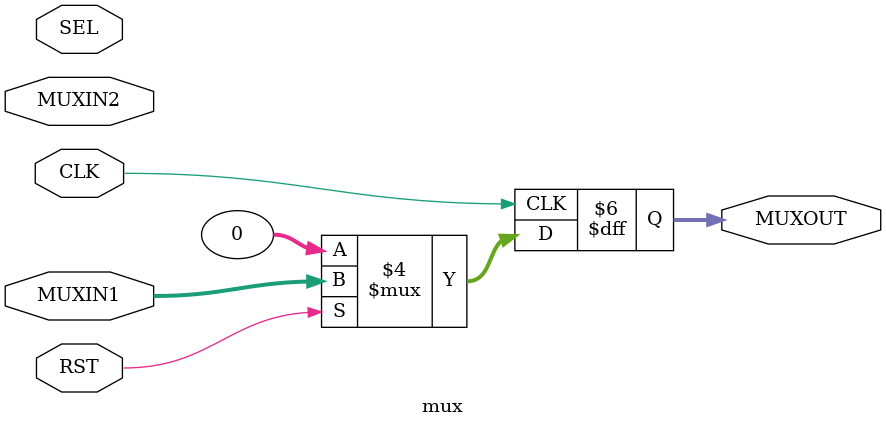
<source format=v>
module mux(MUXIN1, MUXIN2, MUXOUT, SEL, RST, CLK);
input CLK;
input RST;
input SEL;
input [31:0] MUXIN1;
input [31:0] MUXIN2;

output reg [31:0] MUXOUT;

always @(posedge CLK) begin
    if(RST == 0) MUXOUT = 32'b0; 
    else
        MUXOUT = MUXIN1;
        
end

endmodule
</source>
